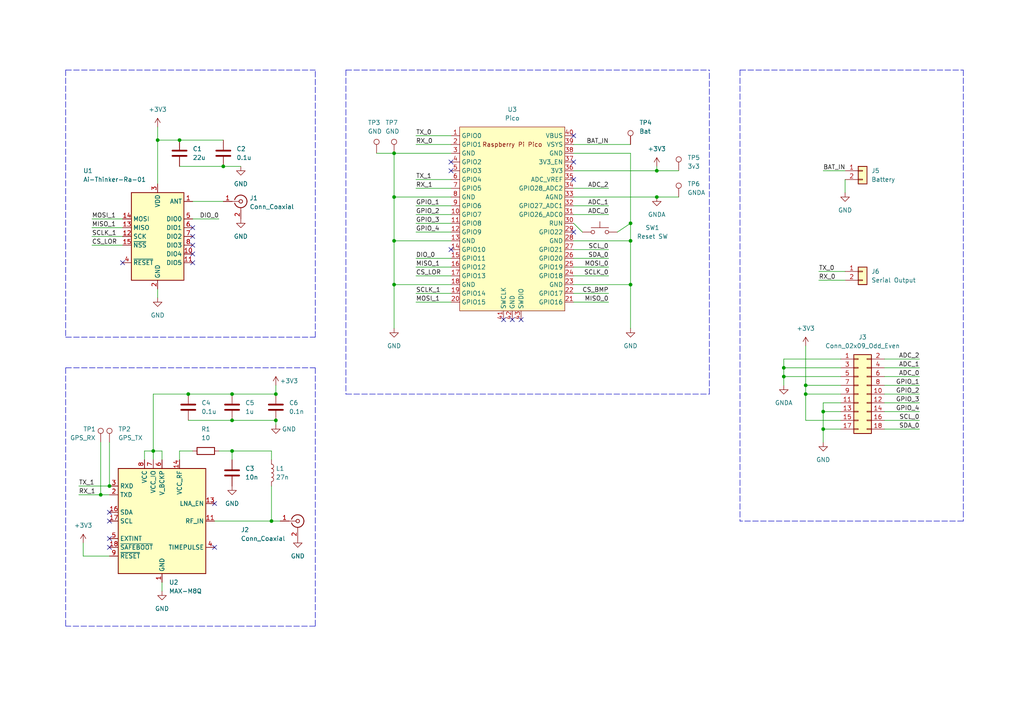
<source format=kicad_sch>
(kicad_sch (version 20211123) (generator eeschema)
  (paper "A4")
  (title_block (title "Longan Flight Computer") (date "2022-11-19") (rev "V2") (company "CUSF"))
  (lib_symbols
    (symbol "Connector:Conn_Coaxial" (pin_names (offset 1.016) hide)
      (property "Reference" "J" (at 0.254 3.048 0))
      (property "Value" "Conn_Coaxial" (at 2.921 0 90))
      (symbol "Conn_Coaxial_0_1"
        (arc (start -1.778 -0.508) (mid 0.222 -1.808) (end 1.778 0) (stroke (width 0.254)))
        (polyline (pts (xy -2.54 0) (xy -0.508 0)))
        (polyline (pts (xy 0 -2.54) (xy 0 -1.778)))
        (circle (center 0 0) (radius 0.508) (stroke (width 0.2032)))
        (arc (start 1.778 0) (mid 0.222 1.8083) (end -1.778 0.508) (stroke (width 0.254)))
      )
      (symbol "Conn_Coaxial_1_1"
        (pin passive line (at -5.08 0 0) (length 2.54) (name "In") (number "1"))
        (pin passive line (at 0 -5.08 90) (length 2.54) (name "Ext") (number "2"))
      )
    )
    (symbol "Connector:TestPoint" (pin_numbers hide) (pin_names (offset 0.762) hide)
      (property "Reference" "TP" (at 0 6.858 0))
      (property "Value" "TestPoint" (at 0 5.08 0))
      (symbol "TestPoint_0_1"
        (circle (center 0 3.302) (radius 0.762))
      )
      (symbol "TestPoint_1_1"
        (pin passive line (at 0 0 90) (length 2.54) (name "1") (number "1"))
      )
    )
    (symbol "Connector_Generic:Conn_01x02" (pin_names (offset 1.016) hide)
      (property "Reference" "J" (at 0 2.54 0))
      (property "Value" "Conn_01x02" (at 0 -5.08 0))
      (symbol "Conn_01x02_1_1"
        (rectangle (start -1.27 -2.413) (end 0 -2.667) (stroke (width 0.1524)))
        (rectangle (start -1.27 0.127) (end 0 -0.127) (stroke (width 0.1524)))
        (rectangle (start -1.27 1.27) (end 1.27 -3.81) (stroke (width 0.254)) (fill (type background)))
        (pin passive line (at -5.08 0 0) (length 3.81) (name "Pin_1") (number "1"))
        (pin passive line (at -5.08 -2.54 0) (length 3.81) (name "Pin_2") (number "2"))
      )
    )
    (symbol "Connector_Generic:Conn_02x09_Odd_Even" (pin_names (offset 1.016) hide)
      (property "Reference" "J" (at 1.27 12.7 0))
      (property "Value" "Conn_02x09_Odd_Even" (at 1.27 -12.7 0))
      (symbol "Conn_02x09_Odd_Even_1_1"
        (rectangle (start -1.27 -10.033) (end 0 -10.287) (stroke (width 0.1524)))
        (rectangle (start -1.27 -7.493) (end 0 -7.747) (stroke (width 0.1524)))
        (rectangle (start -1.27 -4.953) (end 0 -5.207) (stroke (width 0.1524)))
        (rectangle (start -1.27 -2.413) (end 0 -2.667) (stroke (width 0.1524)))
        (rectangle (start -1.27 0.127) (end 0 -0.127) (stroke (width 0.1524)))
        (rectangle (start -1.27 2.667) (end 0 2.413) (stroke (width 0.1524)))
        (rectangle (start -1.27 5.207) (end 0 4.953) (stroke (width 0.1524)))
        (rectangle (start -1.27 7.747) (end 0 7.493) (stroke (width 0.1524)))
        (rectangle (start -1.27 10.287) (end 0 10.033) (stroke (width 0.1524)))
        (rectangle (start -1.27 11.43) (end 3.81 -11.43) (stroke (width 0.254)) (fill (type background)))
        (rectangle (start 3.81 -10.033) (end 2.54 -10.287) (stroke (width 0.1524)))
        (rectangle (start 3.81 -7.493) (end 2.54 -7.747) (stroke (width 0.1524)))
        (rectangle (start 3.81 -4.953) (end 2.54 -5.207) (stroke (width 0.1524)))
        (rectangle (start 3.81 -2.413) (end 2.54 -2.667) (stroke (width 0.1524)))
        (rectangle (start 3.81 0.127) (end 2.54 -0.127) (stroke (width 0.1524)))
        (rectangle (start 3.81 2.667) (end 2.54 2.413) (stroke (width 0.1524)))
        (rectangle (start 3.81 5.207) (end 2.54 4.953) (stroke (width 0.1524)))
        (rectangle (start 3.81 7.747) (end 2.54 7.493) (stroke (width 0.1524)))
        (rectangle (start 3.81 10.287) (end 2.54 10.033) (stroke (width 0.1524)))
        (pin passive line (at -5.08 10.16 0) (length 3.81) (name "Pin_1") (number "1"))
        (pin passive line (at 7.62 0 180) (length 3.81) (name "Pin_10") (number "10"))
        (pin passive line (at -5.08 -2.54 0) (length 3.81) (name "Pin_11") (number "11"))
        (pin passive line (at 7.62 -2.54 180) (length 3.81) (name "Pin_12") (number "12"))
        (pin passive line (at -5.08 -5.08 0) (length 3.81) (name "Pin_13") (number "13"))
        (pin passive line (at 7.62 -5.08 180) (length 3.81) (name "Pin_14") (number "14"))
        (pin passive line (at -5.08 -7.62 0) (length 3.81) (name "Pin_15") (number "15"))
        (pin passive line (at 7.62 -7.62 180) (length 3.81) (name "Pin_16") (number "16"))
        (pin passive line (at -5.08 -10.16 0) (length 3.81) (name "Pin_17") (number "17"))
        (pin passive line (at 7.62 -10.16 180) (length 3.81) (name "Pin_18") (number "18"))
        (pin passive line (at 7.62 10.16 180) (length 3.81) (name "Pin_2") (number "2"))
        (pin passive line (at -5.08 7.62 0) (length 3.81) (name "Pin_3") (number "3"))
        (pin passive line (at 7.62 7.62 180) (length 3.81) (name "Pin_4") (number "4"))
        (pin passive line (at -5.08 5.08 0) (length 3.81) (name "Pin_5") (number "5"))
        (pin passive line (at 7.62 5.08 180) (length 3.81) (name "Pin_6") (number "6"))
        (pin passive line (at -5.08 2.54 0) (length 3.81) (name "Pin_7") (number "7"))
        (pin passive line (at 7.62 2.54 180) (length 3.81) (name "Pin_8") (number "8"))
        (pin passive line (at -5.08 0 0) (length 3.81) (name "Pin_9") (number "9"))
      )
    )
    (symbol "Device:C" (pin_numbers hide) (pin_names (offset 0.254))
      (property "Reference" "C" (at 0.635 2.54 0))
      (property "Value" "C" (at 0.635 -2.54 0))
      (symbol "C_0_1"
        (polyline (pts (xy -2.032 -0.762) (xy 2.032 -0.762)) (stroke (width 0.508)))
        (polyline (pts (xy -2.032 0.762) (xy 2.032 0.762)) (stroke (width 0.508)))
      )
      (symbol "C_1_1"
        (pin passive line (at 0 3.81 270) (length 2.794) (name "~") (number "1"))
        (pin passive line (at 0 -3.81 90) (length 2.794) (name "~") (number "2"))
      )
    )
    (symbol "Device:L" (pin_numbers hide) (pin_names (offset 1.016) hide)
      (property "Reference" "L" (at -1.27 0 90))
      (property "Value" "L" (at 1.905 0 90))
      (symbol "L_0_1"
        (arc (start 0 -2.54) (mid 0.635 -1.905) (end 0 -1.27))
        (arc (start 0 -1.27) (mid 0.635 -0.635) (end 0 0))
        (arc (start 0 0) (mid 0.635 0.635) (end 0 1.27))
        (arc (start 0 1.27) (mid 0.635 1.905) (end 0 2.54))
      )
      (symbol "L_1_1"
        (pin passive line (at 0 3.81 270) (length 1.27) (name "1") (number "1"))
        (pin passive line (at 0 -3.81 90) (length 1.27) (name "2") (number "2"))
      )
    )
    (symbol "Device:R" (pin_numbers hide) (pin_names (offset 0))
      (property "Reference" "R" (at 2.032 0 90))
      (property "Value" "R" (at 0 0 90))
      (symbol "R_0_1"
        (rectangle (start -1.016 -2.54) (end 1.016 2.54) (stroke (width 0.254)))
      )
      (symbol "R_1_1"
        (pin passive line (at 0 3.81 270) (length 1.27) (name "~") (number "1"))
        (pin passive line (at 0 -3.81 90) (length 1.27) (name "~") (number "2"))
      )
    )
    (symbol "MCU_RaspberryPi_and_Boards:Pico"
      (property "Reference" "U" (at -13.97 27.94 0))
      (property "Value" "Pico" (at 0 19.05 0))
      (symbol "Pico_0_0"
        (text "Raspberry Pi Pico" (at 0 21.59 0) (effects (font (size 1.27 1.27))))
      )
      (symbol "Pico_0_1"
        (rectangle (start -15.24 26.67) (end 15.24 -26.67) (fill (type background)))
      )
      (symbol "Pico_1_1"
        (pin bidirectional line (at -17.78 24.13 0) (length 2.54) (name "GPIO0") (number "1"))
        (pin bidirectional line (at -17.78 1.27 0) (length 2.54) (name "GPIO7") (number "10"))
        (pin bidirectional line (at -17.78 -1.27 0) (length 2.54) (name "GPIO8") (number "11"))
        (pin bidirectional line (at -17.78 -3.81 0) (length 2.54) (name "GPIO9") (number "12"))
        (pin power_in line (at -17.78 -6.35 0) (length 2.54) (name "GND") (number "13"))
        (pin bidirectional line (at -17.78 -8.89 0) (length 2.54) (name "GPIO10") (number "14"))
        (pin bidirectional line (at -17.78 -11.43 0) (length 2.54) (name "GPIO11") (number "15"))
        (pin bidirectional line (at -17.78 -13.97 0) (length 2.54) (name "GPIO12") (number "16"))
        (pin bidirectional line (at -17.78 -16.51 0) (length 2.54) (name "GPIO13") (number "17"))
        (pin power_in line (at -17.78 -19.05 0) (length 2.54) (name "GND") (number "18"))
        (pin bidirectional line (at -17.78 -21.59 0) (length 2.54) (name "GPIO14") (number "19"))
        (pin bidirectional line (at -17.78 21.59 0) (length 2.54) (name "GPIO1") (number "2"))
        (pin bidirectional line (at -17.78 -24.13 0) (length 2.54) (name "GPIO15") (number "20"))
        (pin bidirectional line (at 17.78 -24.13 180) (length 2.54) (name "GPIO16") (number "21"))
        (pin bidirectional line (at 17.78 -21.59 180) (length 2.54) (name "GPIO17") (number "22"))
        (pin power_in line (at 17.78 -19.05 180) (length 2.54) (name "GND") (number "23"))
        (pin bidirectional line (at 17.78 -16.51 180) (length 2.54) (name "GPIO18") (number "24"))
        (pin bidirectional line (at 17.78 -13.97 180) (length 2.54) (name "GPIO19") (number "25"))
        (pin bidirectional line (at 17.78 -11.43 180) (length 2.54) (name "GPIO20") (number "26"))
        (pin bidirectional line (at 17.78 -8.89 180) (length 2.54) (name "GPIO21") (number "27"))
        (pin power_in line (at 17.78 -6.35 180) (length 2.54) (name "GND") (number "28"))
        (pin bidirectional line (at 17.78 -3.81 180) (length 2.54) (name "GPIO22") (number "29"))
        (pin power_in line (at -17.78 19.05 0) (length 2.54) (name "GND") (number "3"))
        (pin input line (at 17.78 -1.27 180) (length 2.54) (name "RUN") (number "30"))
        (pin bidirectional line (at 17.78 1.27 180) (length 2.54) (name "GPIO26_ADC0") (number "31"))
        (pin bidirectional line (at 17.78 3.81 180) (length 2.54) (name "GPIO27_ADC1") (number "32"))
        (pin power_in line (at 17.78 6.35 180) (length 2.54) (name "AGND") (number "33"))
        (pin bidirectional line (at 17.78 8.89 180) (length 2.54) (name "GPIO28_ADC2") (number "34"))
        (pin power_in line (at 17.78 11.43 180) (length 2.54) (name "ADC_VREF") (number "35"))
        (pin power_in line (at 17.78 13.97 180) (length 2.54) (name "3V3") (number "36"))
        (pin input line (at 17.78 16.51 180) (length 2.54) (name "3V3_EN") (number "37"))
        (pin bidirectional line (at 17.78 19.05 180) (length 2.54) (name "GND") (number "38"))
        (pin power_in line (at 17.78 21.59 180) (length 2.54) (name "VSYS") (number "39"))
        (pin bidirectional line (at -17.78 16.51 0) (length 2.54) (name "GPIO2") (number "4"))
        (pin power_in line (at 17.78 24.13 180) (length 2.54) (name "VBUS") (number "40"))
        (pin input line (at -2.54 -29.21 90) (length 2.54) (name "SWCLK") (number "41"))
        (pin power_in line (at 0 -29.21 90) (length 2.54) (name "GND") (number "42"))
        (pin bidirectional line (at 2.54 -29.21 90) (length 2.54) (name "SWDIO") (number "43"))
        (pin bidirectional line (at -17.78 13.97 0) (length 2.54) (name "GPIO3") (number "5"))
        (pin bidirectional line (at -17.78 11.43 0) (length 2.54) (name "GPIO4") (number "6"))
        (pin bidirectional line (at -17.78 8.89 0) (length 2.54) (name "GPIO5") (number "7"))
        (pin power_in line (at -17.78 6.35 0) (length 2.54) (name "GND") (number "8"))
        (pin bidirectional line (at -17.78 3.81 0) (length 2.54) (name "GPIO6") (number "9"))
      )
    )
    (symbol "RF_GPS:MAX-M8Q"
      (property "Reference" "U" (at -10.16 16.51 0))
      (property "Value" "MAX-M8Q" (at 11.43 16.51 0))
      (symbol "MAX-M8Q_0_1"
        (rectangle (start 12.7 15.24) (end -12.7 -15.24) (stroke (width 0.254)) (fill (type background)))
      )
      (symbol "MAX-M8Q_1_1"
        (pin power_in line (at 0 -17.78 90) (length 2.54) (name "GND") (number "1"))
        (pin passive line (at 0 -17.78 90) (length 2.54) hide (name "GND") (number "10"))
        (pin input line (at 15.24 0 180) (length 2.54) (name "RF_IN") (number "11"))
        (pin passive line (at 0 -17.78 90) (length 2.54) hide (name "GND") (number "12"))
        (pin output line (at 15.24 5.08 180) (length 2.54) (name "LNA_EN") (number "13"))
        (pin power_out line (at 5.08 17.78 270) (length 2.54) (name "VCC_RF") (number "14"))
        (pin no_connect line (at 12.7 -5.08 180) (length 2.54) hide (name "Reserved") (number "15"))
        (pin bidirectional line (at -15.24 2.54 0) (length 2.54) (name "SDA") (number "16"))
        (pin input line (at -15.24 0 0) (length 2.54) (name "SCL") (number "17"))
        (pin input line (at -15.24 -7.62 0) (length 2.54) (name "~{SAFEBOOT}") (number "18"))
        (pin output line (at -15.24 7.62 0) (length 2.54) (name "TXD") (number "2"))
        (pin input line (at -15.24 10.16 0) (length 2.54) (name "RXD") (number "3"))
        (pin output line (at 15.24 -7.62 180) (length 2.54) (name "TIMEPULSE") (number "4"))
        (pin input line (at -15.24 -5.08 0) (length 2.54) (name "EXTINT") (number "5"))
        (pin power_in line (at 0 17.78 270) (length 2.54) (name "V_BCKP") (number "6"))
        (pin power_in line (at -2.54 17.78 270) (length 2.54) (name "VCC_IO") (number "7"))
        (pin power_in line (at -5.08 17.78 270) (length 2.54) (name "VCC") (number "8"))
        (pin input line (at -15.24 -10.16 0) (length 2.54) (name "~{RESET}") (number "9"))
      )
    )
    (symbol "RF_Module:Ai-Thinker-Ra-01"
      (property "Reference" "U" (at 2.54 17.78 0))
      (property "Value" "Ai-Thinker-Ra-01" (at 13.97 -15.24 0))
      (symbol "Ai-Thinker-Ra-01_0_1"
        (rectangle (start -7.62 12.7) (end 7.62 -12.7) (stroke (width 0.254)) (fill (type background)))
      )
      (symbol "Ai-Thinker-Ra-01_1_1"
        (pin passive line (at 10.16 10.16 180) (length 2.54) (name "ANT") (number "1"))
        (pin bidirectional line (at 10.16 -5.08 180) (length 2.54) (name "DIO4") (number "10"))
        (pin bidirectional line (at 10.16 -7.62 180) (length 2.54) (name "DIO5") (number "11"))
        (pin input line (at -10.16 0 0) (length 2.54) (name "SCK") (number "12"))
        (pin output line (at -10.16 2.54 0) (length 2.54) (name "MISO") (number "13"))
        (pin input line (at -10.16 5.08 0) (length 2.54) (name "MOSI") (number "14"))
        (pin input line (at -10.16 -2.54 0) (length 2.54) (name "~{NSS}") (number "15"))
        (pin passive line (at 0 -15.24 90) (length 2.54) hide (name "GND") (number "16"))
        (pin power_in line (at 0 -15.24 90) (length 2.54) (name "GND") (number "2"))
        (pin power_in line (at 0 15.24 270) (length 2.54) (name "VDD") (number "3"))
        (pin input line (at -10.16 -7.62 0) (length 2.54) (name "~{RESET}") (number "4"))
        (pin bidirectional line (at 10.16 5.08 180) (length 2.54) (name "DIO0") (number "5"))
        (pin bidirectional line (at 10.16 2.54 180) (length 2.54) (name "DIO1") (number "6"))
        (pin bidirectional line (at 10.16 0 180) (length 2.54) (name "DIO2") (number "7"))
        (pin bidirectional line (at 10.16 -2.54 180) (length 2.54) (name "DIO3") (number "8"))
        (pin passive line (at 0 -15.24 90) (length 2.54) hide (name "GND") (number "9"))
      )
    )
    (symbol "Switch:SW_Push" (pin_numbers hide) (pin_names (offset 1.016) hide)
      (property "Reference" "SW" (at 1.27 2.54 0))
      (property "Value" "SW_Push" (at 0 -1.524 0))
      (symbol "SW_Push_0_1"
        (circle (center -2.032 0) (radius 0.508))
        (polyline (pts (xy 0 1.27) (xy 0 3.048)))
        (polyline (pts (xy 2.54 1.27) (xy -2.54 1.27)))
        (circle (center 2.032 0) (radius 0.508))
        (pin passive line (at -5.08 0 0) (length 2.54) (name "1") (number "1"))
        (pin passive line (at 5.08 0 180) (length 2.54) (name "2") (number "2"))
      )
    )
    (symbol "power:+3V3" (power) (pin_names (offset 0))
      (property "Value" "+3V3" (at 0 3.556 0))
      (symbol "+3V3_0_1"
        (polyline (pts (xy -0.762 1.27) (xy 0 2.54)))
        (polyline (pts (xy 0 0) (xy 0 2.54)))
        (polyline (pts (xy 0 2.54) (xy 0.762 1.27)))
      )
      (symbol "+3V3_1_1"
        (pin power_in line (at 0 0 90) (length 0) hide (name "+3V3") (number "1"))
      )
    )
    (symbol "power:GND" (power) (pin_names (offset 0))
      (property "Value" "GND" (at 0 -3.81 0))
      (symbol "GND_0_1"
        (polyline (pts (xy 0 0) (xy 0 -1.27) (xy 1.27 -1.27) (xy 0 -2.54) (xy -1.27 -1.27) (xy 0 -1.27)))
      )
      (symbol "GND_1_1"
        (pin power_in line (at 0 0 270) (length 0) hide (name "GND") (number "1"))
      )
    )
    (symbol "power:GNDA" (power) (pin_names (offset 0))
      (property "Value" "GNDA" (at 0 -3.81 0))
      (symbol "GNDA_0_1"
        (polyline (pts (xy 0 0) (xy 0 -1.27) (xy 1.27 -1.27) (xy 0 -2.54) (xy -1.27 -1.27) (xy 0 -1.27)))
      )
      (symbol "GNDA_1_1"
        (pin power_in line (at 0 0 270) (length 0) hide (name "GNDA") (number "1"))
      )
    )
  )
  (junction (at 190.5 49.53))
  (junction (at 114.3 69.85))
  (junction (at 64.77 48.26))
  (junction (at 238.76 124.46))
  (junction (at 67.31 121.92))
  (junction (at 114.3 57.15))
  (junction (at 67.31 130.81))
  (junction (at 182.88 69.85))
  (junction (at 238.76 119.38))
  (junction (at 233.68 114.3))
  (junction (at 114.3 44.45))
  (junction (at 78.74 151.13))
  (junction (at 190.5 57.15))
  (junction (at 45.72 40.64))
  (junction (at 54.61 114.3))
  (junction (at 52.07 40.64))
  (junction (at 31.75 140.97))
  (junction (at 114.3 82.55))
  (junction (at 67.31 114.3))
  (junction (at 29.21 143.51))
  (junction (at 80.01 121.92))
  (junction (at 227.33 109.22))
  (junction (at 80.01 114.3))
  (junction (at 227.33 106.68))
  (junction (at 182.88 82.55))
  (junction (at 44.45 130.81))
  (junction (at 182.88 64.77))
  (junction (at 233.68 111.76))
  (no_connect (at 166.37 67.31))
  (no_connect (at 62.23 158.75))
  (no_connect (at 62.23 146.05))
  (no_connect (at 31.75 156.21))
  (no_connect (at 31.75 158.75))
  (no_connect (at 130.81 46.99))
  (no_connect (at 130.81 49.53))
  (no_connect (at 130.81 72.39))
  (no_connect (at 146.05 92.71))
  (no_connect (at 148.59 92.71))
  (no_connect (at 151.13 92.71))
  (no_connect (at 166.37 39.37))
  (no_connect (at 166.37 46.99))
  (no_connect (at 166.37 52.07))
  (no_connect (at 31.75 151.13))
  (no_connect (at 31.75 148.59))
  (no_connect (at 55.88 71.12))
  (no_connect (at 55.88 73.66))
  (no_connect (at 35.56 76.2))
  (no_connect (at 55.88 68.58))
  (no_connect (at 55.88 66.04))
  (no_connect (at 55.88 76.2))
  (polyline (pts (xy 91.44 106.68) (xy 91.44 181.61)))
  (wire (pts (xy 182.88 64.77) (xy 182.88 69.85)))
  (wire (pts (xy 256.54 124.46) (xy 266.7 124.46)))
  (wire (pts (xy 166.37 69.85) (xy 182.88 69.85)))
  (wire (pts (xy 227.33 104.14) (xy 227.33 106.68)))
  (wire (pts (xy 238.76 119.38) (xy 238.76 124.46)))
  (wire (pts (xy 52.07 40.64) (xy 64.77 40.64)))
  (wire (pts (xy 46.99 171.45) (xy 46.99 168.91)))
  (wire (pts (xy 63.5 130.81) (xy 67.31 130.81)))
  (wire (pts (xy 120.65 41.91) (xy 130.81 41.91)))
  (wire (pts (xy 238.76 119.38) (xy 243.84 119.38)))
  (polyline (pts (xy 100.33 20.32) (xy 100.33 114.3)))
  (wire (pts (xy 233.68 114.3) (xy 243.84 114.3)))
  (wire (pts (xy 166.37 82.55) (xy 182.88 82.55)))
  (wire (pts (xy 256.54 104.14) (xy 266.7 104.14)))
  (polyline (pts (xy 214.63 20.32) (xy 279.4 20.32)))
  (wire (pts (xy 26.67 63.5) (xy 35.56 63.5)))
  (wire (pts (xy 190.5 57.15) (xy 196.85 57.15)))
  (wire (pts (xy 182.88 69.85) (xy 182.88 82.55)))
  (wire (pts (xy 176.53 59.69) (xy 166.37 59.69)))
  (wire (pts (xy 67.31 133.35) (xy 67.31 130.81)))
  (wire (pts (xy 114.3 82.55) (xy 114.3 95.25)))
  (wire (pts (xy 54.61 121.92) (xy 67.31 121.92)))
  (wire (pts (xy 256.54 111.76) (xy 266.7 111.76)))
  (wire (pts (xy 182.88 82.55) (xy 182.88 95.25)))
  (wire (pts (xy 130.81 44.45) (xy 114.3 44.45)))
  (wire (pts (xy 190.5 49.53) (xy 196.85 49.53)))
  (polyline (pts (xy 91.44 97.79) (xy 91.44 20.32)))
  (wire (pts (xy 166.37 72.39) (xy 176.53 72.39)))
  (wire (pts (xy 238.76 116.84) (xy 238.76 119.38)))
  (wire (pts (xy 166.37 74.93) (xy 176.53 74.93)))
  (wire (pts (xy 233.68 100.33) (xy 233.68 111.76)))
  (wire (pts (xy 109.22 44.45) (xy 114.3 44.45)))
  (wire (pts (xy 78.74 151.13) (xy 81.28 151.13)))
  (wire (pts (xy 120.65 54.61) (xy 130.81 54.61)))
  (wire (pts (xy 44.45 114.3) (xy 44.45 130.81)))
  (wire (pts (xy 179.07 67.31) (xy 182.88 64.77)))
  (polyline (pts (xy 214.63 20.32) (xy 214.63 151.13)))
  (wire (pts (xy 114.3 69.85) (xy 130.81 69.85)))
  (wire (pts (xy 120.65 64.77) (xy 130.81 64.77)))
  (wire (pts (xy 54.61 114.3) (xy 44.45 114.3)))
  (wire (pts (xy 80.01 111.76) (xy 80.01 114.3)))
  (wire (pts (xy 166.37 80.01) (xy 176.53 80.01)))
  (wire (pts (xy 166.37 87.63) (xy 176.53 87.63)))
  (wire (pts (xy 238.76 49.53) (xy 245.11 49.53)))
  (wire (pts (xy 22.86 143.51) (xy 29.21 143.51)))
  (wire (pts (xy 256.54 116.84) (xy 266.7 116.84)))
  (wire (pts (xy 46.99 130.81) (xy 46.99 133.35)))
  (wire (pts (xy 80.01 114.3) (xy 67.31 114.3)))
  (wire (pts (xy 26.67 68.58) (xy 35.56 68.58)))
  (wire (pts (xy 67.31 121.92) (xy 80.01 121.92)))
  (wire (pts (xy 29.21 128.27) (xy 29.21 143.51)))
  (wire (pts (xy 233.68 111.76) (xy 233.68 114.3)))
  (wire (pts (xy 78.74 133.35) (xy 78.74 130.81)))
  (wire (pts (xy 120.65 74.93) (xy 130.81 74.93)))
  (wire (pts (xy 256.54 119.38) (xy 266.7 119.38)))
  (wire (pts (xy 182.88 41.91) (xy 166.37 41.91)))
  (wire (pts (xy 120.65 52.07) (xy 130.81 52.07)))
  (polyline (pts (xy 19.05 97.79) (xy 91.44 97.79)))
  (wire (pts (xy 114.3 57.15) (xy 114.3 69.85)))
  (wire (pts (xy 22.86 140.97) (xy 31.75 140.97)))
  (wire (pts (xy 114.3 82.55) (xy 130.81 82.55)))
  (wire (pts (xy 24.13 157.48) (xy 24.13 161.29)))
  (wire (pts (xy 233.68 114.3) (xy 233.68 121.92)))
  (wire (pts (xy 120.65 77.47) (xy 130.81 77.47)))
  (wire (pts (xy 41.91 130.81) (xy 41.91 133.35)))
  (wire (pts (xy 31.75 128.27) (xy 31.75 140.97)))
  (wire (pts (xy 245.11 55.88) (xy 245.11 52.07)))
  (wire (pts (xy 238.76 124.46) (xy 238.76 128.27)))
  (wire (pts (xy 166.37 44.45) (xy 182.88 44.45)))
  (polyline (pts (xy 100.33 20.32) (xy 205.74 20.32)))
  (wire (pts (xy 24.13 161.29) (xy 31.75 161.29)))
  (wire (pts (xy 227.33 106.68) (xy 243.84 106.68)))
  (wire (pts (xy 78.74 130.81) (xy 67.31 130.81)))
  (wire (pts (xy 233.68 111.76) (xy 243.84 111.76)))
  (wire (pts (xy 78.74 140.97) (xy 78.74 151.13)))
  (wire (pts (xy 120.65 67.31) (xy 130.81 67.31)))
  (wire (pts (xy 44.45 130.81) (xy 44.45 133.35)))
  (wire (pts (xy 52.07 130.81) (xy 55.88 130.81)))
  (wire (pts (xy 67.31 114.3) (xy 54.61 114.3)))
  (wire (pts (xy 120.65 87.63) (xy 130.81 87.63)))
  (polyline (pts (xy 279.4 20.32) (xy 279.4 151.13)))
  (wire (pts (xy 190.5 48.26) (xy 190.5 49.53)))
  (polyline (pts (xy 279.4 151.13) (xy 214.63 151.13)))
  (wire (pts (xy 238.76 124.46) (xy 243.84 124.46)))
  (wire (pts (xy 64.77 48.26) (xy 69.85 48.26)))
  (wire (pts (xy 52.07 133.35) (xy 52.07 130.81)))
  (wire (pts (xy 256.54 114.3) (xy 266.7 114.3)))
  (polyline (pts (xy 100.33 114.3) (xy 205.74 114.3)))
  (polyline (pts (xy 19.05 106.68) (xy 19.05 181.61)))
  (wire (pts (xy 166.37 49.53) (xy 190.5 49.53)))
  (wire (pts (xy 45.72 40.64) (xy 52.07 40.64)))
  (wire (pts (xy 45.72 36.83) (xy 45.72 40.64)))
  (wire (pts (xy 256.54 109.22) (xy 266.7 109.22)))
  (wire (pts (xy 256.54 121.92) (xy 266.7 121.92)))
  (wire (pts (xy 166.37 77.47) (xy 176.53 77.47)))
  (wire (pts (xy 26.67 71.12) (xy 35.56 71.12)))
  (wire (pts (xy 55.88 58.42) (xy 64.77 58.42)))
  (wire (pts (xy 29.21 143.51) (xy 31.75 143.51)))
  (wire (pts (xy 120.65 39.37) (xy 130.81 39.37)))
  (wire (pts (xy 243.84 104.14) (xy 227.33 104.14)))
  (polyline (pts (xy 91.44 181.61) (xy 19.05 181.61)))
  (wire (pts (xy 45.72 40.64) (xy 45.72 53.34)))
  (wire (pts (xy 80.01 123.19) (xy 80.01 121.92)))
  (wire (pts (xy 114.3 44.45) (xy 114.3 57.15)))
  (polyline (pts (xy 19.05 20.32) (xy 19.05 97.79)))
  (wire (pts (xy 176.53 54.61) (xy 166.37 54.61)))
  (wire (pts (xy 41.91 130.81) (xy 44.45 130.81)))
  (wire (pts (xy 227.33 106.68) (xy 227.33 109.22)))
  (wire (pts (xy 166.37 85.09) (xy 176.53 85.09)))
  (wire (pts (xy 45.72 86.36) (xy 45.72 83.82)))
  (wire (pts (xy 26.67 66.04) (xy 35.56 66.04)))
  (polyline (pts (xy 19.05 106.68) (xy 91.44 106.68)))
  (wire (pts (xy 182.88 44.45) (xy 182.88 64.77)))
  (wire (pts (xy 120.65 80.01) (xy 130.81 80.01)))
  (wire (pts (xy 166.37 57.15) (xy 190.5 57.15)))
  (wire (pts (xy 120.65 85.09) (xy 130.81 85.09)))
  (wire (pts (xy 120.65 62.23) (xy 130.81 62.23)))
  (wire (pts (xy 63.5 63.5) (xy 55.88 63.5)))
  (wire (pts (xy 52.07 48.26) (xy 64.77 48.26)))
  (wire (pts (xy 227.33 111.76) (xy 227.33 109.22)))
  (polyline (pts (xy 205.74 114.3) (xy 205.74 20.32)))
  (wire (pts (xy 114.3 69.85) (xy 114.3 82.55)))
  (wire (pts (xy 166.37 64.77) (xy 168.91 67.31)))
  (polyline (pts (xy 19.05 20.32) (xy 91.44 20.32)))
  (wire (pts (xy 237.49 78.74) (xy 245.11 78.74)))
  (wire (pts (xy 243.84 116.84) (xy 238.76 116.84)))
  (wire (pts (xy 237.49 81.28) (xy 245.11 81.28)))
  (wire (pts (xy 233.68 121.92) (xy 243.84 121.92)))
  (wire (pts (xy 114.3 57.15) (xy 130.81 57.15)))
  (wire (pts (xy 44.45 130.81) (xy 46.99 130.81)))
  (wire (pts (xy 120.65 59.69) (xy 130.81 59.69)))
  (wire (pts (xy 256.54 106.68) (xy 266.7 106.68)))
  (wire (pts (xy 243.84 109.22) (xy 227.33 109.22)))
  (wire (pts (xy 62.23 151.13) (xy 78.74 151.13)))
  (wire (pts (xy 176.53 62.23) (xy 166.37 62.23)))
  (label "GPIO_1" (at 120.65 59.69 0))
  (label "CS_LOR" (at 120.65 80.01 0))
  (label "TX_1" (at 22.86 140.97 0))
  (label "GPIO_2" (at 120.65 62.23 0))
  (label "TX_1" (at 120.65 52.07 0))
  (label "SCLK_1" (at 120.65 85.09 0))
  (label "SDA_0" (at 176.53 74.93 180))
  (label "MISO_0" (at 176.53 87.63 180))
  (label "CS_LOR" (at 26.67 71.12 0))
  (label "DIO_0" (at 63.5 63.5 180))
  (label "RX_1" (at 120.65 54.61 0))
  (label "MISO_1" (at 26.67 66.04 0))
  (label "SDA_0" (at 266.7 124.46 180))
  (label "MOSI_0" (at 176.53 77.47 180))
  (label "SCLK_0" (at 176.53 80.01 180))
  (label "GPIO_3" (at 266.7 116.84 180))
  (label "ADC_0" (at 266.7 109.22 180))
  (label "GPIO_4" (at 266.7 119.38 180))
  (label "ADC_0" (at 176.53 62.23 180))
  (label "SCL_0" (at 266.7 121.92 180))
  (label "CS_BMP" (at 176.53 85.09 180))
  (label "TX_0" (at 237.49 78.74 0))
  (label "SCL_0" (at 176.53 72.39 180))
  (label "GPIO_4" (at 120.65 67.31 0))
  (label "ADC_2" (at 266.7 104.14 180))
  (label "MISO_1" (at 120.65 77.47 0))
  (label "MOSI_1" (at 120.65 87.63 0))
  (label "BAT_IN" (at 238.76 49.53 0))
  (label "ADC_1" (at 266.7 106.68 180))
  (label "RX_0" (at 120.65 41.91 0))
  (label "GPIO_1" (at 266.7 111.76 180))
  (label "GPIO_3" (at 120.65 64.77 0))
  (label "SCLK_1" (at 26.67 68.58 0))
  (label "GPIO_2" (at 266.7 114.3 180))
  (label "RX_0" (at 237.49 81.28 0))
  (label "ADC_1" (at 176.53 59.69 180))
  (label "ADC_2" (at 176.53 54.61 180))
  (label "DIO_0" (at 120.65 74.93 0))
  (label "RX_1" (at 22.86 143.51 0))
  (label "MOSI_1" (at 26.67 63.5 0))
  (label "BAT_IN" (at 176.53 41.91 180))
  (label "TX_0" (at 120.65 39.37 0))
  (symbol (lib_id "power:GNDA") (at 227.33 111.76 0) (unit 1)
    (property "Reference" "#PWR0117" (effects hide))
    (property "Value" "GNDA" (at 227.33 116.84 0))
  )
  (symbol (lib_id "Device:C") (at 67.31 118.11 180) (unit 1)
    (property "Reference" "C5" (at 71.12 116.8399 0) (effects (justify right)))
    (property "Value" "1u" (at 71.12 119.3799 0) (effects (justify right)))
    (property "Footprint" "Capacitor_SMD:C_0603_1608Metric_Pad1.08x0.95mm_HandSolder" (effects hide))
  )
  (symbol (lib_id "power:GND") (at 80.01 123.19 0) (unit 1)
    (property "Reference" "#PWR0118" (effects hide))
    (property "Value" "GND" (at 83.82 124.46 0))
  )
  (symbol (lib_id "Connector:TestPoint") (at 196.85 49.53 0) (unit 1)
    (property "Reference" "TP5" (at 199.39 45.72 0) (effects (justify left)))
    (property "Value" "3v3" (at 199.39 48.26 0) (effects (justify left)))
    (property "Footprint" "TestPoint:TestPoint_Pad_D2.5mm" (effects hide))
  )
  (symbol (lib_id "power:GND") (at 67.31 140.97 0) (unit 1)
    (property "Reference" "#PWR0116" (effects hide))
    (property "Value" "GND" (at 67.31 146.05 0))
  )
  (symbol (lib_id "Device:C") (at 54.61 118.11 180) (unit 1)
    (property "Reference" "C4" (at 58.42 116.8399 0) (effects (justify right)))
    (property "Value" "0.1u" (at 58.42 119.3799 0) (effects (justify right)))
    (property "Footprint" "Capacitor_SMD:C_0603_1608Metric_Pad1.08x0.95mm_HandSolder" (effects hide))
  )
  (symbol (lib_id "Connector:Conn_Coaxial") (at 69.85 58.42 0) (unit 1)
    (property "Reference" "J1" (at 72.39 57.4431 0) (effects (justify left)))
    (property "Value" "Conn_Coaxial" (at 72.39 59.9831 0) (effects (justify left)))
    (property "Footprint" "Connector_Coaxial:SMA_Amphenol_132289_EdgeMount" (effects hide))
    (property "Datasheet" " ~" (effects hide))
  )
  (symbol (lib_id "power:+3V3") (at 233.68 100.33 0) (unit 1)
    (property "Reference" "#PWR0120" (effects hide))
    (property "Value" "+3V3" (at 233.68 95.25 0))
  )
  (symbol (lib_id "Connector_Generic:Conn_01x02") (at 250.19 49.53 0) (unit 1)
    (property "Reference" "J5" (at 252.73 49.5299 0) (effects (justify left)))
    (property "Value" "Battery" (at 252.73 52.0699 0) (effects (justify left)))
    (property "Footprint" "Connector_PinHeader_2.54mm:PinHeader_1x02_P2.54mm_Vertical" (effects hide))
  )
  (symbol (lib_id "power:GND") (at 69.85 48.26 0) (unit 1)
    (property "Reference" "#PWR0103" (effects hide))
    (property "Value" "GND" (at 69.85 53.34 0))
  )
  (symbol (lib_id "Switch:SW_Push") (at 173.99 67.31 0) (unit 1)
    (property "Reference" "SW1" (at 189.23 66.04 0))
    (property "Value" "Reset SW" (at 189.23 68.58 0))
    (property "Footprint" "Button_Switch_SMD:SW_Push_1P1T_NO_CK_KMR2" (effects hide))
  )
  (symbol (lib_id "power:+3V3") (at 80.01 111.76 0) (unit 1)
    (property "Reference" "#PWR0110" (effects hide))
    (property "Value" "+3V3" (at 83.82 110.49 0))
  )
  (symbol (lib_id "power:GND") (at 238.76 128.27 0) (unit 1)
    (property "Reference" "#PWR0119" (effects hide))
    (property "Value" "GND" (at 238.76 133.35 0))
  )
  (symbol (lib_id "Connector:Conn_Coaxial") (at 86.36 151.13 0) (unit 1)
    (property "Reference" "J2" (at 69.85 153.67 0) (effects (justify left)))
    (property "Value" "Conn_Coaxial" (at 69.85 156.21 0) (effects (justify left)))
    (property "Footprint" "Connector_Coaxial:SMA_Amphenol_132289_EdgeMount" (effects hide))
    (property "Datasheet" " ~" (effects hide))
  )
  (symbol (lib_id "Device:C") (at 67.31 137.16 180) (unit 1)
    (property "Reference" "C3" (at 71.12 135.8899 0) (effects (justify right)))
    (property "Value" "10n" (at 71.12 138.4299 0) (effects (justify right)))
    (property "Footprint" "Capacitor_SMD:C_0603_1608Metric_Pad1.08x0.95mm_HandSolder" (effects hide))
  )
  (symbol (lib_id "Device:R") (at 59.69 130.81 90) (unit 1)
    (property "Reference" "R1" (at 59.69 124.46 90))
    (property "Value" "10" (at 59.69 127 90))
    (property "Footprint" "Resistor_SMD:R_0603_1608Metric_Pad0.98x0.95mm_HandSolder" (effects hide))
  )
  (symbol (lib_id "power:GNDA") (at 190.5 57.15 0) (unit 1)
    (property "Reference" "#PWR0107" (effects hide))
    (property "Value" "GNDA" (at 190.5 62.23 0))
  )
  (symbol (lib_id "power:GND") (at 45.72 86.36 0) (unit 1)
    (property "Reference" "#PWR0101" (effects hide))
    (property "Value" "GND" (at 45.72 91.44 0))
  )
  (symbol (lib_id "Connector:TestPoint") (at 31.75 128.27 0) (unit 1)
    (property "Reference" "TP2" (at 34.29 124.46 0) (effects (justify left)))
    (property "Value" "GPS_TX" (at 34.29 127 0) (effects (justify left)))
    (property "Footprint" "TestPoint:TestPoint_Pad_D2.5mm" (effects hide))
  )
  (symbol (lib_id "Connector:TestPoint") (at 196.85 57.15 0) (unit 1)
    (property "Reference" "TP6" (at 199.39 53.34 0) (effects (justify left)))
    (property "Value" "GNDA" (at 199.39 55.88 0) (effects (justify left)))
    (property "Footprint" "TestPoint:TestPoint_Pad_D2.5mm" (effects hide))
  )
  (symbol (lib_id "Connector_Generic:Conn_02x09_Odd_Even") (at 248.92 114.3 0) (unit 1)
    (property "Reference" "J3" (at 250.19 97.79 0))
    (property "Value" "Conn_02x09_Odd_Even" (at 250.19 100.33 0))
    (property "Footprint" "Connector_PinHeader_2.54mm:PinHeader_2x09_P2.54mm_Vertical" (effects hide))
  )
  (symbol (lib_id "Connector:TestPoint") (at 109.22 44.45 0) (unit 1)
    (property "Reference" "TP3" (at 106.68 35.56 0) (effects (justify left)))
    (property "Value" "GND" (at 106.68 38.1 0) (effects (justify left)))
    (property "Footprint" "TestPoint:TestPoint_Pad_D2.5mm" (effects hide))
  )
  (symbol (lib_id "Device:L") (at 78.74 137.16 0) (unit 1)
    (property "Reference" "L1" (at 80.01 135.8899 0) (effects (justify left)))
    (property "Value" "27n" (at 80.01 138.4299 0) (effects (justify left)))
    (property "Footprint" "Inductor_SMD:L_0603_1608Metric_Pad1.05x0.95mm_HandSolder" (effects hide))
  )
  (symbol (lib_id "Device:C") (at 80.01 118.11 180) (unit 1)
    (property "Reference" "C6" (at 83.82 116.8399 0) (effects (justify right)))
    (property "Value" "0.1n" (at 83.82 119.3799 0) (effects (justify right)))
    (property "Footprint" "Capacitor_SMD:C_0603_1608Metric_Pad1.08x0.95mm_HandSolder" (effects hide))
  )
  (symbol (lib_id "Device:C") (at 64.77 44.45 180) (unit 1)
    (property "Reference" "C2" (at 68.58 43.1799 0) (effects (justify right)))
    (property "Value" "0.1u" (at 68.58 45.7199 0) (effects (justify right)))
    (property "Footprint" "Capacitor_SMD:C_0603_1608Metric_Pad1.08x0.95mm_HandSolder" (effects hide))
  )
  (symbol (lib_id "power:GND") (at 86.36 156.21 0) (unit 1)
    (property "Reference" "#PWR0112" (effects hide))
    (property "Value" "GND" (at 86.36 161.29 0))
  )
  (symbol (lib_id "power:GND") (at 69.85 63.5 0) (unit 1)
    (property "Reference" "#PWR0104" (effects hide))
    (property "Value" "GND" (at 69.85 68.58 0))
  )
  (symbol (lib_id "power:GND") (at 182.88 95.25 0) (unit 1)
    (property "Reference" "#PWR0106" (effects hide))
    (property "Value" "GND" (at 182.88 100.33 0))
  )
  (symbol (lib_id "power:GND") (at 46.99 171.45 0) (unit 1)
    (property "Reference" "#PWR0109" (effects hide))
    (property "Value" "GND" (at 46.99 176.53 0))
  )
  (symbol (lib_id "RF_GPS:MAX-M8Q") (at 46.99 151.13 0) (unit 1)
    (property "Reference" "U2" (at 49.0094 168.91 0) (effects (justify left)))
    (property "Value" "MAX-M8Q" (at 49.0094 171.45 0) (effects (justify left)))
    (property "Footprint" "RF_GPS:ublox_MAX" (effects hide))
    (property "Datasheet" "https://www.u-blox.com/sites/default/files/MAX-M8-FW3_DataSheet_%28UBX-15031506%29.pdf" (effects hide))
  )
  (symbol (lib_id "RF_Module:Ai-Thinker-Ra-01") (at 45.72 68.58 0) (unit 1)
    (property "Reference" "U1" (at 24.13 49.53 0) (effects (justify left)))
    (property "Value" "Ai-Thinker-Ra-01" (at 24.13 52.07 0) (effects (justify left)))
    (property "Footprint" "RF_Module:Ai-Thinker-Ra-01-LoRa" (effects hide))
    (property "Datasheet" "http://wiki.ai-thinker.com/_media/lora/docs/c047ps01a1_ra-01_product_specification_v1.1.pdf" (effects hide))
  )
  (symbol (lib_id "power:GND") (at 114.3 95.25 0) (unit 1)
    (property "Reference" "#PWR0108" (effects hide))
    (property "Value" "GND" (at 114.3 100.33 0))
  )
  (symbol (lib_id "power:+3V3") (at 24.13 157.48 0) (unit 1)
    (property "Reference" "#PWR0111" (effects hide))
    (property "Value" "+3V3" (at 24.13 152.4 0))
  )
  (symbol (lib_id "power:+3V3") (at 190.5 48.26 0) (unit 1)
    (property "Reference" "#PWR0105" (effects hide))
    (property "Value" "+3V3" (at 190.5 43.18 0))
  )
  (symbol (lib_id "MCU_RaspberryPi_and_Boards:Pico") (at 148.59 63.5 0) (unit 1)
    (property "Reference" "U3" (at 148.59 31.75 0))
    (property "Value" "Pico" (at 148.59 34.29 0))
    (property "Footprint" "MCU_RaspberryPi_and_Boards:RPi_Pico_SMD" (effects hide))
  )
  (symbol (lib_id "power:GND") (at 245.11 55.88 0) (unit 1)
    (property "Reference" "#PWR0113" (effects hide))
    (property "Value" "GND" (at 245.11 60.96 0))
  )
  (symbol (lib_id "Connector:TestPoint") (at 114.3 44.45 0) (unit 1)
    (property "Reference" "TP7" (at 111.76 35.56 0) (effects (justify left)))
    (property "Value" "GND" (at 111.76 38.1 0) (effects (justify left)))
    (property "Footprint" "TestPoint:TestPoint_Pad_D2.5mm" (effects hide))
  )
  (symbol (lib_id "Device:C") (at 52.07 44.45 180) (unit 1)
    (property "Reference" "C1" (at 55.88 43.1799 0) (effects (justify right)))
    (property "Value" "22u" (at 55.88 45.7199 0) (effects (justify right)))
    (property "Footprint" "Capacitor_SMD:C_0603_1608Metric_Pad1.08x0.95mm_HandSolder" (effects hide))
  )
  (symbol (lib_id "Connector_Generic:Conn_01x02") (at 250.19 78.74 0) (unit 1)
    (property "Reference" "J6" (at 252.73 78.7399 0) (effects (justify left)))
    (property "Value" "Serial Output" (at 252.73 81.2799 0) (effects (justify left)))
    (property "Footprint" "Connector_PinHeader_2.54mm:PinHeader_1x02_P2.54mm_Vertical" (effects hide))
  )
  (symbol (lib_id "power:+3V3") (at 45.72 36.83 0) (unit 1)
    (property "Reference" "#PWR0102" (effects hide))
    (property "Value" "+3V3" (at 45.72 31.75 0))
  )
  (symbol (lib_id "Connector:TestPoint") (at 29.21 128.27 0) (unit 1)
    (property "Reference" "TP1" (at 24.13 124.46 0) (effects (justify left)))
    (property "Value" "GPS_RX" (at 20.32 127 0) (effects (justify left)))
    (property "Footprint" "TestPoint:TestPoint_Pad_D2.5mm" (effects hide))
  )
  (symbol (lib_id "Connector:TestPoint") (at 182.88 41.91 0) (unit 1)
    (property "Reference" "TP4" (at 185.42 35.56 0) (effects (justify left)))
    (property "Value" "Bat" (at 185.42 38.1 0) (effects (justify left)))
    (property "Footprint" "TestPoint:TestPoint_Pad_D2.5mm" (effects hide))
  )
)
</source>
